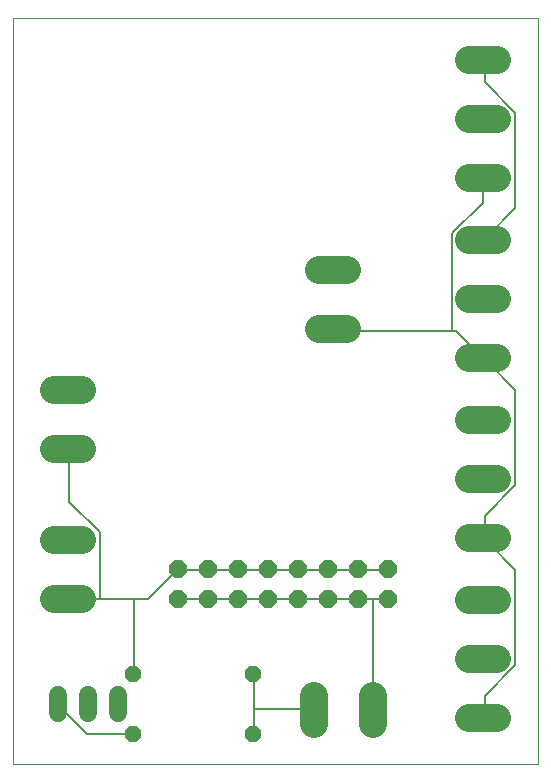
<source format=gtl>
G75*
%MOIN*%
%OFA0B0*%
%FSLAX25Y25*%
%IPPOS*%
%LPD*%
%AMOC8*
5,1,8,0,0,1.08239X$1,22.5*
%
%ADD10C,0.00000*%
%ADD11C,0.09370*%
%ADD12OC8,0.06000*%
%ADD13C,0.06000*%
%ADD14OC8,0.05200*%
%ADD15C,0.00600*%
D10*
X0003669Y0004200D02*
X0003669Y0252901D01*
X0178591Y0252901D01*
X0178591Y0004200D01*
X0003669Y0004200D01*
D11*
X0017213Y0059357D02*
X0026583Y0059357D01*
X0026583Y0079043D02*
X0017213Y0079043D01*
X0017213Y0109357D02*
X0026583Y0109357D01*
X0026583Y0129043D02*
X0017213Y0129043D01*
X0103827Y0027113D02*
X0103827Y0017743D01*
X0123512Y0017743D02*
X0123512Y0027113D01*
X0155756Y0019515D02*
X0165126Y0019515D01*
X0165126Y0039200D02*
X0155756Y0039200D01*
X0155756Y0058885D02*
X0165126Y0058885D01*
X0165126Y0079515D02*
X0155756Y0079515D01*
X0155756Y0099200D02*
X0165126Y0099200D01*
X0165126Y0118885D02*
X0155756Y0118885D01*
X0155756Y0139515D02*
X0165126Y0139515D01*
X0165126Y0159200D02*
X0155756Y0159200D01*
X0155756Y0178885D02*
X0165126Y0178885D01*
X0165126Y0199515D02*
X0155756Y0199515D01*
X0155756Y0219200D02*
X0165126Y0219200D01*
X0165126Y0238885D02*
X0155756Y0238885D01*
X0115126Y0169043D02*
X0105756Y0169043D01*
X0105756Y0149357D02*
X0115126Y0149357D01*
D12*
X0118669Y0069200D03*
X0118669Y0059200D03*
X0128669Y0059200D03*
X0128669Y0069200D03*
X0108669Y0069200D03*
X0108669Y0059200D03*
X0098669Y0059200D03*
X0098669Y0069200D03*
X0088669Y0069200D03*
X0088669Y0059200D03*
X0078669Y0059200D03*
X0078669Y0069200D03*
X0068669Y0069200D03*
X0068669Y0059200D03*
X0058669Y0059200D03*
X0058669Y0069200D03*
D13*
X0038669Y0027200D02*
X0038669Y0021200D01*
X0028669Y0021200D02*
X0028669Y0027200D01*
X0018669Y0027200D02*
X0018669Y0021200D01*
D14*
X0043669Y0014200D03*
X0043669Y0034200D03*
X0083669Y0034200D03*
X0083669Y0014200D03*
D15*
X0084069Y0014400D01*
X0084069Y0022800D01*
X0103269Y0022800D01*
X0103827Y0022428D01*
X0084069Y0022800D02*
X0084069Y0034200D01*
X0083669Y0034200D01*
X0078669Y0059200D02*
X0078669Y0059400D01*
X0088269Y0059400D01*
X0088669Y0059200D01*
X0088869Y0059400D01*
X0098469Y0059400D01*
X0098669Y0059200D01*
X0099069Y0059400D01*
X0108669Y0059400D01*
X0108669Y0059200D01*
X0108669Y0059400D02*
X0118269Y0059400D01*
X0118669Y0059200D01*
X0118869Y0059400D01*
X0123669Y0059400D01*
X0123669Y0022800D01*
X0123512Y0022428D01*
X0123669Y0059400D02*
X0128469Y0059400D01*
X0128669Y0059200D01*
X0128469Y0069000D02*
X0128669Y0069200D01*
X0128469Y0069000D02*
X0118869Y0069000D01*
X0118669Y0069200D01*
X0118269Y0069000D01*
X0108669Y0069000D01*
X0108669Y0069200D01*
X0108669Y0069000D02*
X0099069Y0069000D01*
X0098669Y0069200D01*
X0098469Y0069000D01*
X0088869Y0069000D01*
X0088669Y0069200D01*
X0088269Y0069000D01*
X0078669Y0069000D01*
X0078669Y0069200D01*
X0078669Y0069000D02*
X0069069Y0069000D01*
X0068669Y0069200D01*
X0068469Y0069000D01*
X0058869Y0069000D01*
X0058669Y0069200D01*
X0058269Y0069000D01*
X0048669Y0059400D01*
X0043869Y0059400D01*
X0043869Y0034200D01*
X0043669Y0034200D01*
X0043269Y0014400D02*
X0028269Y0014400D01*
X0018669Y0024000D01*
X0018669Y0024200D01*
X0043269Y0014400D02*
X0043669Y0014200D01*
X0043869Y0059400D02*
X0032469Y0059400D01*
X0032469Y0081600D01*
X0022269Y0091800D01*
X0022269Y0109200D01*
X0021898Y0109357D01*
X0022269Y0059400D02*
X0021898Y0059357D01*
X0022269Y0059400D02*
X0032469Y0059400D01*
X0058269Y0058800D02*
X0058669Y0059200D01*
X0058869Y0059400D01*
X0068469Y0059400D01*
X0068669Y0059200D01*
X0069069Y0059400D01*
X0078669Y0059400D01*
X0110469Y0148800D02*
X0110441Y0149357D01*
X0110469Y0148800D02*
X0150069Y0148800D01*
X0150069Y0181200D01*
X0160269Y0191400D01*
X0160269Y0199200D01*
X0160441Y0199515D01*
X0171069Y0189600D02*
X0160869Y0179400D01*
X0160441Y0178885D01*
X0171069Y0189600D02*
X0171069Y0221400D01*
X0160869Y0231600D01*
X0160869Y0238800D01*
X0160441Y0238885D01*
X0151269Y0148800D02*
X0160269Y0139800D01*
X0160441Y0139515D01*
X0160869Y0139200D01*
X0171069Y0129000D01*
X0171069Y0097200D01*
X0160869Y0087000D01*
X0160869Y0079800D01*
X0160441Y0079515D01*
X0160869Y0079200D01*
X0171069Y0069000D01*
X0171069Y0037200D01*
X0160869Y0027000D01*
X0160869Y0019800D01*
X0160441Y0019515D01*
X0151269Y0148800D02*
X0150069Y0148800D01*
M02*

</source>
